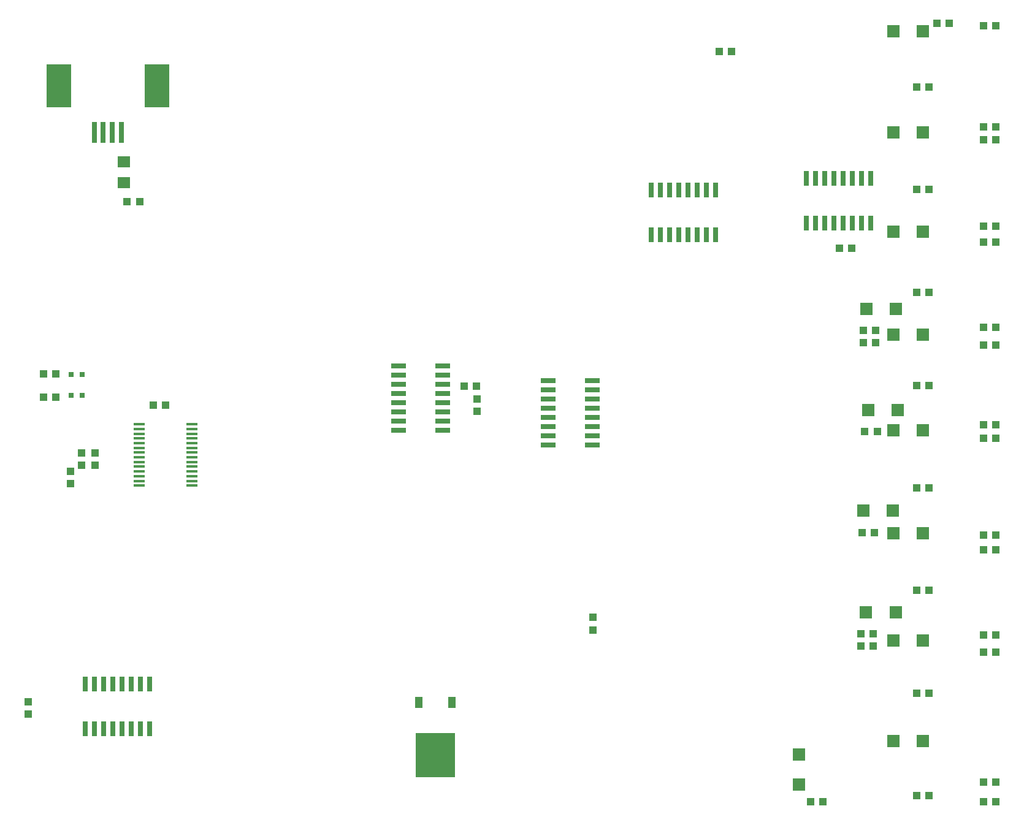
<source format=gbr>
G04 EAGLE Gerber X2 export*
%TF.Part,Single*%
%TF.FileFunction,Paste,Bot*%
%TF.FilePolarity,Positive*%
%TF.GenerationSoftware,Autodesk,EAGLE,9.1.1*%
%TF.CreationDate,2018-07-20T09:13:18Z*%
G75*
%MOMM*%
%FSLAX34Y34*%
%LPD*%
%AMOC8*
5,1,8,0,0,1.08239X$1,22.5*%
G01*
%ADD10R,1.000000X1.100000*%
%ADD11R,1.100000X1.000000*%
%ADD12R,2.032000X0.660400*%
%ADD13R,0.660400X2.032000*%
%ADD14R,5.400000X6.200000*%
%ADD15R,1.000000X1.600000*%
%ADD16R,3.400000X6.040000*%
%ADD17R,0.700000X3.000000*%
%ADD18R,1.500000X0.400000*%
%ADD19R,0.800000X0.800000*%
%ADD20R,1.803000X1.600000*%
%ADD21R,1.800000X1.700000*%
%ADD22R,1.700000X1.800000*%


D10*
X501300Y499400D03*
X501300Y482400D03*
X408700Y138700D03*
X408700Y155700D03*
X1028700Y556800D03*
X1028700Y573800D03*
X1188700Y254900D03*
X1188700Y271900D03*
D11*
X545700Y845900D03*
X562700Y845900D03*
D12*
X981534Y619750D03*
X920066Y619750D03*
X981534Y607050D03*
X981534Y594350D03*
X920066Y607050D03*
X920066Y594350D03*
X981534Y581650D03*
X920066Y581650D03*
X981534Y568950D03*
X920066Y568950D03*
X981534Y556250D03*
X981534Y543550D03*
X920066Y556250D03*
X920066Y543550D03*
X981534Y530850D03*
X920066Y530850D03*
D13*
X487850Y179934D03*
X487850Y118466D03*
X500550Y179934D03*
X513250Y179934D03*
X500550Y118466D03*
X513250Y118466D03*
X525950Y179934D03*
X525950Y118466D03*
X538650Y179934D03*
X538650Y118466D03*
X551350Y179934D03*
X564050Y179934D03*
X551350Y118466D03*
X564050Y118466D03*
X576750Y179934D03*
X576750Y118466D03*
D14*
X971000Y81500D03*
D15*
X948200Y154500D03*
X993800Y154500D03*
D11*
X1011100Y591300D03*
X1028100Y591300D03*
D16*
X450900Y1006000D03*
X586900Y1006000D03*
D17*
X500150Y941800D03*
X512650Y941800D03*
X525150Y941800D03*
X537650Y941800D03*
D18*
X634850Y538650D03*
X634850Y532150D03*
X634850Y525650D03*
X634850Y519150D03*
X634850Y512650D03*
X634850Y506150D03*
X634850Y499650D03*
X634850Y493150D03*
X634850Y486650D03*
X634850Y480150D03*
X634850Y473650D03*
X634850Y467150D03*
X634850Y460650D03*
X634850Y454150D03*
X562350Y454150D03*
X562350Y460650D03*
X562350Y467150D03*
X562350Y473650D03*
X562350Y480150D03*
X562350Y486650D03*
X562350Y493150D03*
X562350Y499650D03*
X562350Y506150D03*
X562350Y512650D03*
X562350Y519150D03*
X562350Y525650D03*
X562350Y532150D03*
X562350Y538650D03*
D19*
X483500Y607900D03*
X468500Y607900D03*
X483500Y578700D03*
X468500Y578700D03*
D10*
X467300Y474200D03*
X467300Y457200D03*
X482900Y499400D03*
X482900Y482400D03*
D11*
X430200Y608300D03*
X447200Y608300D03*
X430200Y576400D03*
X447200Y576400D03*
D20*
X540900Y901020D03*
X540900Y872580D03*
D11*
X581800Y565600D03*
X598800Y565600D03*
X1744700Y248000D03*
X1727700Y248000D03*
X1744700Y17500D03*
X1727700Y17500D03*
D21*
X1644300Y240200D03*
X1603300Y240200D03*
X1644300Y101300D03*
X1603300Y101300D03*
D11*
X1744700Y537900D03*
X1727700Y537900D03*
X1744700Y385500D03*
X1727700Y385500D03*
D21*
X1644300Y530900D03*
X1603300Y530900D03*
X1644300Y388200D03*
X1603300Y388200D03*
D11*
X1744700Y812100D03*
X1727700Y812100D03*
X1744700Y672400D03*
X1727700Y672400D03*
D21*
X1644300Y805100D03*
X1603300Y805100D03*
X1644300Y662400D03*
X1603300Y662400D03*
D11*
X1663438Y1093022D03*
X1680438Y1093022D03*
X1744700Y949900D03*
X1727700Y949900D03*
D21*
X1644300Y1081500D03*
X1603300Y1081500D03*
X1644300Y941800D03*
X1603300Y941800D03*
D11*
X1727700Y44100D03*
X1744700Y44100D03*
X1727700Y223800D03*
X1744700Y223800D03*
X1727700Y365400D03*
X1744700Y365400D03*
X1727700Y519700D03*
X1744700Y519700D03*
X1727700Y648600D03*
X1744700Y648600D03*
X1727700Y790200D03*
X1744700Y790200D03*
X1727700Y931800D03*
X1744700Y931800D03*
X1727954Y1089656D03*
X1744954Y1089656D03*
D13*
X1572550Y817066D03*
X1572550Y878534D03*
X1559850Y817066D03*
X1547150Y817066D03*
X1559850Y878534D03*
X1547150Y878534D03*
X1534450Y817066D03*
X1534450Y878534D03*
X1521750Y817066D03*
X1521750Y878534D03*
X1509050Y817066D03*
X1496350Y817066D03*
X1509050Y878534D03*
X1496350Y878534D03*
X1483650Y817066D03*
X1483650Y878534D03*
D12*
X1126666Y510250D03*
X1188134Y510250D03*
X1126666Y522950D03*
X1126666Y535650D03*
X1188134Y522950D03*
X1188134Y535650D03*
X1126666Y548350D03*
X1188134Y548350D03*
X1126666Y561050D03*
X1188134Y561050D03*
X1126666Y573750D03*
X1126666Y586450D03*
X1188134Y573750D03*
X1188134Y586450D03*
X1126666Y599150D03*
X1188134Y599150D03*
D11*
X1635700Y26100D03*
X1652700Y26100D03*
X1635700Y167700D03*
X1652700Y167700D03*
X1635700Y309300D03*
X1652700Y309300D03*
X1635700Y450900D03*
X1652700Y450900D03*
X1635700Y592500D03*
X1652700Y592500D03*
X1635700Y721400D03*
X1652700Y721400D03*
X1635700Y863000D03*
X1652700Y863000D03*
X1635700Y1004600D03*
X1652700Y1004600D03*
X1489000Y17400D03*
X1506000Y17400D03*
D22*
X1473300Y82400D03*
X1473300Y41400D03*
D11*
X1575500Y249300D03*
X1558500Y249300D03*
X1577400Y389000D03*
X1560400Y389000D03*
D21*
X1606700Y279300D03*
X1565700Y279300D03*
X1561800Y419200D03*
X1602800Y419200D03*
D11*
X1579300Y668400D03*
X1562300Y668400D03*
X1581200Y528700D03*
X1564200Y528700D03*
D21*
X1607000Y698400D03*
X1566000Y698400D03*
X1568900Y558100D03*
X1609900Y558100D03*
D11*
X1558500Y232500D03*
X1575500Y232500D03*
X1562300Y651600D03*
X1579300Y651600D03*
D13*
X1357750Y800666D03*
X1357750Y862134D03*
X1345050Y800666D03*
X1332350Y800666D03*
X1345050Y862134D03*
X1332350Y862134D03*
X1319650Y800666D03*
X1319650Y862134D03*
X1306950Y800666D03*
X1306950Y862134D03*
X1294250Y800666D03*
X1281550Y800666D03*
X1294250Y862134D03*
X1281550Y862134D03*
X1268850Y800666D03*
X1268850Y862134D03*
D11*
X1546000Y781600D03*
X1529000Y781600D03*
X1380100Y1054100D03*
X1363100Y1054100D03*
M02*

</source>
